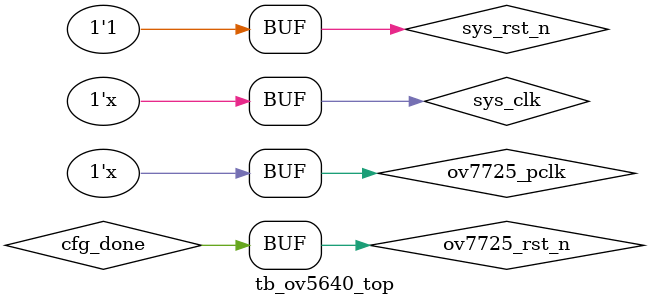
<source format=v>
`timescale  1ns/1ns

module  tb_ov5640_top();

//********************************************************************//
//****************** Parameter and Internal Signal *******************//
//********************************************************************//
//parameter define
parameter   H_VALID   =   10'd640 ,   //ÐÐÓÐÐ§Êý¾Ý
            H_TOTAL   =   10'd784 ;   //ÐÐÉ¨ÃèÖÜÆÚ
parameter   V_SYNC    =   10'd4   ,   //³¡Í¬²½
            V_BACK    =   10'd18  ,   //³¡Ê±ÐòºóÑØ
            V_VALID   =   10'd480 ,   //³¡ÓÐÐ§Êý¾Ý
            V_FRONT   =   10'd8   ,   //³¡Ê±ÐòÇ°ÑØ
            V_TOTAL   =   10'd510 ;   //³¡É¨ÃèÖÜÆÚ

//wire  define
wire            ov7725_href     ;   //ÐÐÍ¬²½ÐÅºÅ
wire            ov7725_vsync    ;   //³¡Í¬²½ÐÅºÅ
wire            cfg_done        ;   //¼Ä´æÆ÷ÅäÖÃÍê³É
wire            sccb_scl        ;   //SCL
wire            sccb_sda        ;   //SDA
wire            wr_en           ;   //Í¼ÏñÊý¾ÝÓÐÐ§Ê¹ÄÜÐÅºÅ
wire    [15:0]  wr_data         ;   //Í¼ÏñÊý¾Ý
wire            ov7725_rst_n    ;   //Ä£Äâov7725¸´Î»ÐÅºÅ

//reg   define
reg             sys_clk         ;   //Ä£ÄâÊ±ÖÓÐÅºÅ
reg             sys_rst_n       ;   //Ä£Äâ¸´Î»ÐÅºÅ
reg             ov7725_pclk     ;   //Ä£ÄâÉãÏñÍ·Ê±ÖÓÐÅºÅ
reg     [7:0]   ov7725_data     ;   //Ä£ÄâÉãÏñÍ·²É¼¯Í¼ÏñÊý¾Ý
reg     [11:0]  cnt_h           ;   //ÐÐÍ¬²½¼ÆÊýÆ÷
reg     [9:0]   cnt_v           ;   //³¡Í¬²½¼ÆÊýÆ÷

//********************************************************************//
//***************************** Main Code ****************************//
//********************************************************************//
//Ê±ÖÓ¡¢¸´Î»ÐÅºÅ
initial
  begin
    sys_clk     =   1'b1    ;
    ov7725_pclk =   1'b1    ;
    sys_rst_n   <=  1'b0    ;
    #200
    sys_rst_n   <=  1'b1    ;
  end

always  #20 sys_clk = ~sys_clk;
always  #20 ov7725_pclk = ~ov7725_pclk;

assign  ov7725_rst_n = sys_rst_n && cfg_done;

//cnt_h:ÐÐÍ¬²½ÐÅºÅ¼ÆÊýÆ÷
always@(posedge sys_clk or  negedge sys_rst_n)
    if(sys_rst_n == 1'b0)
        cnt_h   <=  12'd0   ;
    else    if(cnt_h == ((H_TOTAL * 2) - 1'b1))
        cnt_h   <=  12'd0   ;
    else
        cnt_h   <=  cnt_h + 1'd1   ;

//ov7725_href:ÐÐÍ¬²½ÐÅºÅ
assign  ov7725_href = (((cnt_h >= 0)
                      && (cnt_h <= ((H_VALID * 2) - 1'b1)))
                      && ((cnt_v >= (V_SYNC + V_BACK))
                      && (cnt_v <= (V_SYNC + V_BACK + V_VALID - 1'b1))))
                      ? 1'b1 : 1'b0  ;

//cnt_v:³¡Í¬²½ÐÅºÅ¼ÆÊýÆ÷
always@(posedge sys_clk or  negedge sys_rst_n)
    if(sys_rst_n == 1'b0)
        cnt_v   <=  10'd0 ;
    else    if((cnt_v == (V_TOTAL - 1'b1))
                && (cnt_h == ((H_TOTAL * 2) - 1'b1)))
        cnt_v   <=  10'd0 ;
    else    if(cnt_h == ((H_TOTAL * 2) - 1'b1))
        cnt_v   <=  cnt_v + 1'd1 ;
    else
        cnt_v   <=  cnt_v ;

//vsync:³¡Í¬²½ÐÅºÅ
assign  ov7725_vsync = (cnt_v  <= (V_SYNC - 1'b1)) ? 1'b1 : 1'b0  ;

//ov7725_data:Ä£ÄâÉãÏñÍ·²É¼¯Í¼ÏñÊý¾Ý
always@(posedge sys_clk or  negedge sys_rst_n)
    if(sys_rst_n == 1'b0)
        ov7725_data <=  8'd0;
    else    if(ov7725_href == 1'b1)
        ov7725_data <=  ov7725_data + 1'b1;
    else
        ov7725_data <=  8'd0;

//********************************************************************//
//*************************** Instantiation **************************//
//********************************************************************//
//------------- ov7725_top_inst -------------
ov5640_top  ov5640_top_inst(

    .sys_clk         (sys_clk       ),   //ÏµÍ³Ê±ÖÓ
    .sys_rst_n       (sys_rst_n     ),   //¸´Î»ÐÅºÅ
    .sys_init_done   (ov7725_rst_n  ),   //ÏµÍ³³õÊ¼»¯Íê³É(SDRAM + ÉãÏñÍ·)

    .ov5640_pclk     (ov7725_pclk   ),   //ÉãÏñÍ·ÏñËØÊ±ÖÓ
    .ov5640_href     (ov7725_href   ),   //ÉãÏñÍ·ÐÐÍ¬²½ÐÅºÅ
    .ov5640_vsync    (ov7725_vsync  ),   //ÉãÏñÍ·³¡Í¬²½ÐÅºÅ
    .ov5640_data     (ov7725_data   ),   //ÉãÏñÍ·Í¼ÏñÊý¾Ý

    .cfg_done        (cfg_done      ),   //¼Ä´æÆ÷ÅäÖÃÍê³É
    .sccb_scl        (sccb_scl      ),   //SCL
    .sccb_sda        (sccb_sda      ),   //SDA
    .ov5640_wr_en    (wr_en         ),   //Í¼ÏñÊý¾ÝÓÐÐ§Ê¹ÄÜÐÅºÅ
    .ov5640_data_out (wr_data       )    //Í¼ÏñÊý¾Ý

);

endmodule


</source>
